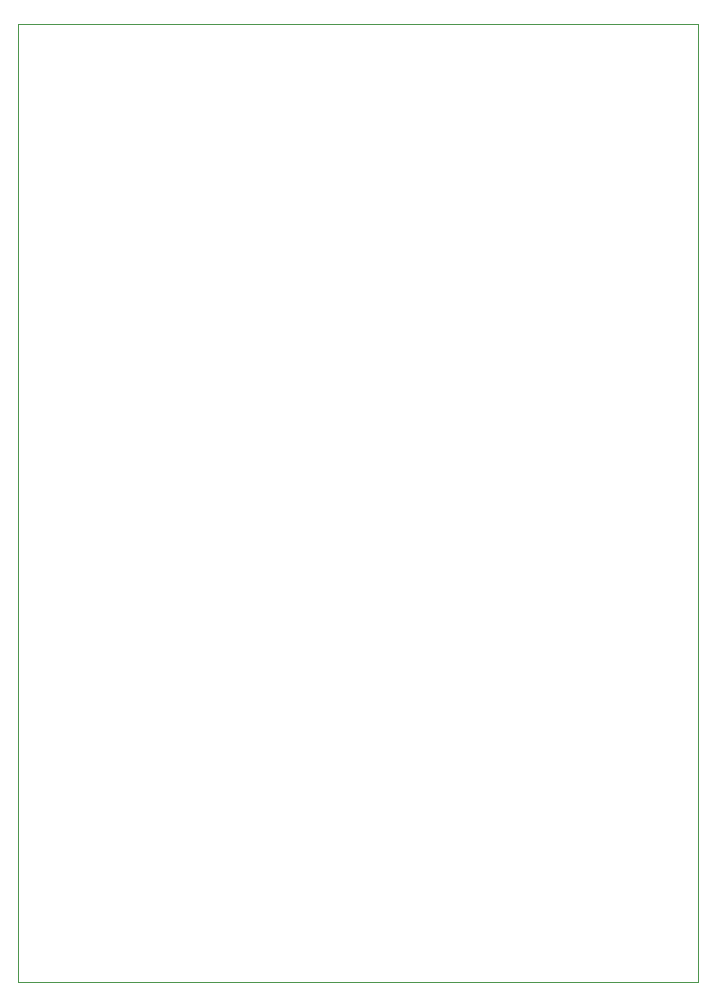
<source format=gbr>
%TF.GenerationSoftware,KiCad,Pcbnew,(6.0.6-0)*%
%TF.CreationDate,2024-04-04T07:50:36+02:00*%
%TF.ProjectId,9outputs,396f7574-7075-4747-932e-6b696361645f,rev?*%
%TF.SameCoordinates,Original*%
%TF.FileFunction,Profile,NP*%
%FSLAX46Y46*%
G04 Gerber Fmt 4.6, Leading zero omitted, Abs format (unit mm)*
G04 Created by KiCad (PCBNEW (6.0.6-0)) date 2024-04-04 07:50:36*
%MOMM*%
%LPD*%
G01*
G04 APERTURE LIST*
%TA.AperFunction,Profile*%
%ADD10C,0.100000*%
%TD*%
G04 APERTURE END LIST*
D10*
X90744000Y-32775000D02*
X148355000Y-32775000D01*
X148355000Y-32775000D02*
X148355000Y-113907000D01*
X148355000Y-113907000D02*
X90744000Y-113907000D01*
X90744000Y-113907000D02*
X90744000Y-32775000D01*
M02*

</source>
